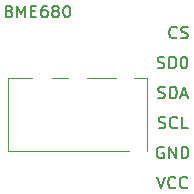
<source format=gbr>
G04 #@! TF.GenerationSoftware,KiCad,Pcbnew,(5.1.5)-3*
G04 #@! TF.CreationDate,2020-12-21T12:28:59+01:00*
G04 #@! TF.ProjectId,epimetheus_bme680,6570696d-6574-4686-9575-735f626d6536,rev?*
G04 #@! TF.SameCoordinates,Original*
G04 #@! TF.FileFunction,Legend,Top*
G04 #@! TF.FilePolarity,Positive*
%FSLAX46Y46*%
G04 Gerber Fmt 4.6, Leading zero omitted, Abs format (unit mm)*
G04 Created by KiCad (PCBNEW (5.1.5)-3) date 2020-12-21 12:28:59*
%MOMM*%
%LPD*%
G04 APERTURE LIST*
%ADD10C,0.150000*%
%ADD11C,0.120000*%
G04 APERTURE END LIST*
D10*
X162211047Y-22280571D02*
X162353904Y-22328190D01*
X162401523Y-22375809D01*
X162449142Y-22471047D01*
X162449142Y-22613904D01*
X162401523Y-22709142D01*
X162353904Y-22756761D01*
X162258666Y-22804380D01*
X161877714Y-22804380D01*
X161877714Y-21804380D01*
X162211047Y-21804380D01*
X162306285Y-21852000D01*
X162353904Y-21899619D01*
X162401523Y-21994857D01*
X162401523Y-22090095D01*
X162353904Y-22185333D01*
X162306285Y-22232952D01*
X162211047Y-22280571D01*
X161877714Y-22280571D01*
X162877714Y-22804380D02*
X162877714Y-21804380D01*
X163211047Y-22518666D01*
X163544380Y-21804380D01*
X163544380Y-22804380D01*
X164020571Y-22280571D02*
X164353904Y-22280571D01*
X164496761Y-22804380D02*
X164020571Y-22804380D01*
X164020571Y-21804380D01*
X164496761Y-21804380D01*
X165353904Y-21804380D02*
X165163428Y-21804380D01*
X165068190Y-21852000D01*
X165020571Y-21899619D01*
X164925333Y-22042476D01*
X164877714Y-22232952D01*
X164877714Y-22613904D01*
X164925333Y-22709142D01*
X164972952Y-22756761D01*
X165068190Y-22804380D01*
X165258666Y-22804380D01*
X165353904Y-22756761D01*
X165401523Y-22709142D01*
X165449142Y-22613904D01*
X165449142Y-22375809D01*
X165401523Y-22280571D01*
X165353904Y-22232952D01*
X165258666Y-22185333D01*
X165068190Y-22185333D01*
X164972952Y-22232952D01*
X164925333Y-22280571D01*
X164877714Y-22375809D01*
X166020571Y-22232952D02*
X165925333Y-22185333D01*
X165877714Y-22137714D01*
X165830095Y-22042476D01*
X165830095Y-21994857D01*
X165877714Y-21899619D01*
X165925333Y-21852000D01*
X166020571Y-21804380D01*
X166211047Y-21804380D01*
X166306285Y-21852000D01*
X166353904Y-21899619D01*
X166401523Y-21994857D01*
X166401523Y-22042476D01*
X166353904Y-22137714D01*
X166306285Y-22185333D01*
X166211047Y-22232952D01*
X166020571Y-22232952D01*
X165925333Y-22280571D01*
X165877714Y-22328190D01*
X165830095Y-22423428D01*
X165830095Y-22613904D01*
X165877714Y-22709142D01*
X165925333Y-22756761D01*
X166020571Y-22804380D01*
X166211047Y-22804380D01*
X166306285Y-22756761D01*
X166353904Y-22709142D01*
X166401523Y-22613904D01*
X166401523Y-22423428D01*
X166353904Y-22328190D01*
X166306285Y-22280571D01*
X166211047Y-22232952D01*
X167020571Y-21804380D02*
X167115809Y-21804380D01*
X167211047Y-21852000D01*
X167258666Y-21899619D01*
X167306285Y-21994857D01*
X167353904Y-22185333D01*
X167353904Y-22423428D01*
X167306285Y-22613904D01*
X167258666Y-22709142D01*
X167211047Y-22756761D01*
X167115809Y-22804380D01*
X167020571Y-22804380D01*
X166925333Y-22756761D01*
X166877714Y-22709142D01*
X166830095Y-22613904D01*
X166782476Y-22423428D01*
X166782476Y-22185333D01*
X166830095Y-21994857D01*
X166877714Y-21899619D01*
X166925333Y-21852000D01*
X167020571Y-21804380D01*
D11*
X162052000Y-27888000D02*
X162052000Y-34088000D01*
X173873000Y-34088000D02*
X173873000Y-27888000D01*
X162052000Y-27888000D02*
X164148000Y-27888000D01*
X165798000Y-27888000D02*
X167148000Y-27888000D01*
X168798000Y-27888000D02*
X171198000Y-27888000D01*
X172748000Y-27888000D02*
X173873000Y-27888000D01*
X172298000Y-34088000D02*
X162052000Y-34088000D01*
D10*
X176363333Y-24487142D02*
X176315714Y-24534761D01*
X176172857Y-24582380D01*
X176077619Y-24582380D01*
X175934761Y-24534761D01*
X175839523Y-24439523D01*
X175791904Y-24344285D01*
X175744285Y-24153809D01*
X175744285Y-24010952D01*
X175791904Y-23820476D01*
X175839523Y-23725238D01*
X175934761Y-23630000D01*
X176077619Y-23582380D01*
X176172857Y-23582380D01*
X176315714Y-23630000D01*
X176363333Y-23677619D01*
X176744285Y-24534761D02*
X176887142Y-24582380D01*
X177125238Y-24582380D01*
X177220476Y-24534761D01*
X177268095Y-24487142D01*
X177315714Y-24391904D01*
X177315714Y-24296666D01*
X177268095Y-24201428D01*
X177220476Y-24153809D01*
X177125238Y-24106190D01*
X176934761Y-24058571D01*
X176839523Y-24010952D01*
X176791904Y-23963333D01*
X176744285Y-23868095D01*
X176744285Y-23772857D01*
X176791904Y-23677619D01*
X176839523Y-23630000D01*
X176934761Y-23582380D01*
X177172857Y-23582380D01*
X177315714Y-23630000D01*
X174760095Y-27074761D02*
X174902952Y-27122380D01*
X175141047Y-27122380D01*
X175236285Y-27074761D01*
X175283904Y-27027142D01*
X175331523Y-26931904D01*
X175331523Y-26836666D01*
X175283904Y-26741428D01*
X175236285Y-26693809D01*
X175141047Y-26646190D01*
X174950571Y-26598571D01*
X174855333Y-26550952D01*
X174807714Y-26503333D01*
X174760095Y-26408095D01*
X174760095Y-26312857D01*
X174807714Y-26217619D01*
X174855333Y-26170000D01*
X174950571Y-26122380D01*
X175188666Y-26122380D01*
X175331523Y-26170000D01*
X175760095Y-27122380D02*
X175760095Y-26122380D01*
X175998190Y-26122380D01*
X176141047Y-26170000D01*
X176236285Y-26265238D01*
X176283904Y-26360476D01*
X176331523Y-26550952D01*
X176331523Y-26693809D01*
X176283904Y-26884285D01*
X176236285Y-26979523D01*
X176141047Y-27074761D01*
X175998190Y-27122380D01*
X175760095Y-27122380D01*
X176950571Y-26122380D02*
X177045809Y-26122380D01*
X177141047Y-26170000D01*
X177188666Y-26217619D01*
X177236285Y-26312857D01*
X177283904Y-26503333D01*
X177283904Y-26741428D01*
X177236285Y-26931904D01*
X177188666Y-27027142D01*
X177141047Y-27074761D01*
X177045809Y-27122380D01*
X176950571Y-27122380D01*
X176855333Y-27074761D01*
X176807714Y-27027142D01*
X176760095Y-26931904D01*
X176712476Y-26741428D01*
X176712476Y-26503333D01*
X176760095Y-26312857D01*
X176807714Y-26217619D01*
X176855333Y-26170000D01*
X176950571Y-26122380D01*
X174807714Y-29614761D02*
X174950571Y-29662380D01*
X175188666Y-29662380D01*
X175283904Y-29614761D01*
X175331523Y-29567142D01*
X175379142Y-29471904D01*
X175379142Y-29376666D01*
X175331523Y-29281428D01*
X175283904Y-29233809D01*
X175188666Y-29186190D01*
X174998190Y-29138571D01*
X174902952Y-29090952D01*
X174855333Y-29043333D01*
X174807714Y-28948095D01*
X174807714Y-28852857D01*
X174855333Y-28757619D01*
X174902952Y-28710000D01*
X174998190Y-28662380D01*
X175236285Y-28662380D01*
X175379142Y-28710000D01*
X175807714Y-29662380D02*
X175807714Y-28662380D01*
X176045809Y-28662380D01*
X176188666Y-28710000D01*
X176283904Y-28805238D01*
X176331523Y-28900476D01*
X176379142Y-29090952D01*
X176379142Y-29233809D01*
X176331523Y-29424285D01*
X176283904Y-29519523D01*
X176188666Y-29614761D01*
X176045809Y-29662380D01*
X175807714Y-29662380D01*
X176760095Y-29376666D02*
X177236285Y-29376666D01*
X176664857Y-29662380D02*
X176998190Y-28662380D01*
X177331523Y-29662380D01*
X174831523Y-32154761D02*
X174974380Y-32202380D01*
X175212476Y-32202380D01*
X175307714Y-32154761D01*
X175355333Y-32107142D01*
X175402952Y-32011904D01*
X175402952Y-31916666D01*
X175355333Y-31821428D01*
X175307714Y-31773809D01*
X175212476Y-31726190D01*
X175022000Y-31678571D01*
X174926761Y-31630952D01*
X174879142Y-31583333D01*
X174831523Y-31488095D01*
X174831523Y-31392857D01*
X174879142Y-31297619D01*
X174926761Y-31250000D01*
X175022000Y-31202380D01*
X175260095Y-31202380D01*
X175402952Y-31250000D01*
X176402952Y-32107142D02*
X176355333Y-32154761D01*
X176212476Y-32202380D01*
X176117238Y-32202380D01*
X175974380Y-32154761D01*
X175879142Y-32059523D01*
X175831523Y-31964285D01*
X175783904Y-31773809D01*
X175783904Y-31630952D01*
X175831523Y-31440476D01*
X175879142Y-31345238D01*
X175974380Y-31250000D01*
X176117238Y-31202380D01*
X176212476Y-31202380D01*
X176355333Y-31250000D01*
X176402952Y-31297619D01*
X177307714Y-32202380D02*
X176831523Y-32202380D01*
X176831523Y-31202380D01*
X175260095Y-33790000D02*
X175164857Y-33742380D01*
X175022000Y-33742380D01*
X174879142Y-33790000D01*
X174783904Y-33885238D01*
X174736285Y-33980476D01*
X174688666Y-34170952D01*
X174688666Y-34313809D01*
X174736285Y-34504285D01*
X174783904Y-34599523D01*
X174879142Y-34694761D01*
X175022000Y-34742380D01*
X175117238Y-34742380D01*
X175260095Y-34694761D01*
X175307714Y-34647142D01*
X175307714Y-34313809D01*
X175117238Y-34313809D01*
X175736285Y-34742380D02*
X175736285Y-33742380D01*
X176307714Y-34742380D01*
X176307714Y-33742380D01*
X176783904Y-34742380D02*
X176783904Y-33742380D01*
X177022000Y-33742380D01*
X177164857Y-33790000D01*
X177260095Y-33885238D01*
X177307714Y-33980476D01*
X177355333Y-34170952D01*
X177355333Y-34313809D01*
X177307714Y-34504285D01*
X177260095Y-34599523D01*
X177164857Y-34694761D01*
X177022000Y-34742380D01*
X176783904Y-34742380D01*
X174688666Y-36282380D02*
X175022000Y-37282380D01*
X175355333Y-36282380D01*
X176260095Y-37187142D02*
X176212476Y-37234761D01*
X176069619Y-37282380D01*
X175974380Y-37282380D01*
X175831523Y-37234761D01*
X175736285Y-37139523D01*
X175688666Y-37044285D01*
X175641047Y-36853809D01*
X175641047Y-36710952D01*
X175688666Y-36520476D01*
X175736285Y-36425238D01*
X175831523Y-36330000D01*
X175974380Y-36282380D01*
X176069619Y-36282380D01*
X176212476Y-36330000D01*
X176260095Y-36377619D01*
X177260095Y-37187142D02*
X177212476Y-37234761D01*
X177069619Y-37282380D01*
X176974380Y-37282380D01*
X176831523Y-37234761D01*
X176736285Y-37139523D01*
X176688666Y-37044285D01*
X176641047Y-36853809D01*
X176641047Y-36710952D01*
X176688666Y-36520476D01*
X176736285Y-36425238D01*
X176831523Y-36330000D01*
X176974380Y-36282380D01*
X177069619Y-36282380D01*
X177212476Y-36330000D01*
X177260095Y-36377619D01*
M02*

</source>
